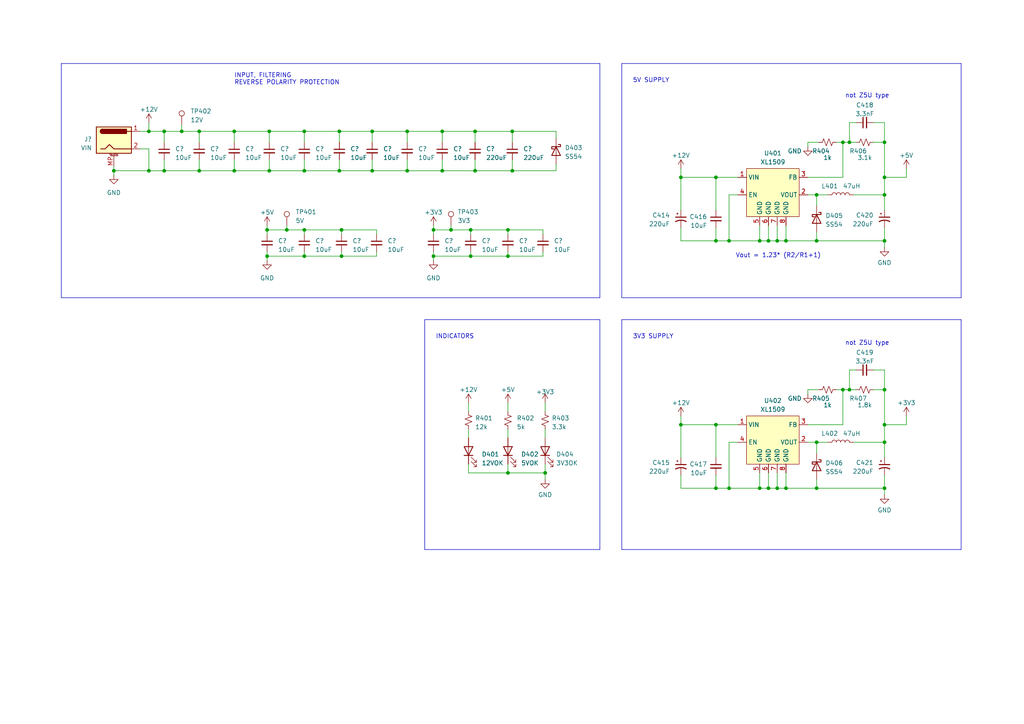
<source format=kicad_sch>
(kicad_sch (version 20230121) (generator eeschema)
  (paper "A4")
  (title_block (title "POWER SUPPLY") (date "2023-04-16") (rev "1.0") (company "matei repair lab"))
  (lib_symbols
    (symbol "Connector:Barrel_Jack_MountingPin" (pin_names hide)
      (property "Reference" "J" (at 0 5.334 0))
      (property "Value" "Barrel_Jack_MountingPin" (at 1.27 -6.35 0))
      (symbol "Barrel_Jack_MountingPin_0_1"
        (rectangle (start -5.08 3.81) (end 5.08 -3.81) (stroke (width 0.254)) (fill (type background)))
        (arc (start -3.302 3.175) (mid -3.9343 2.54) (end -3.302 1.905) (stroke (width 0.254)))
        (arc (start -3.302 3.175) (mid -3.9343 2.54) (end -3.302 1.905) (stroke (width 0.254)) (fill (type outline)))
        (polyline (pts (xy 5.08 2.54) (xy 3.81 2.54)) (stroke (width 0.254)))
        (polyline (pts (xy -3.81 -2.54) (xy -2.54 -2.54) (xy -1.27 -1.27) (xy 0 -2.54) (xy 2.54 -2.54) (xy 5.08 -2.54)) (stroke (width 0.254)))
        (rectangle (start 3.683 3.175) (end -3.302 1.905) (stroke (width 0.254)) (fill (type outline)))
      )
      (symbol "Barrel_Jack_MountingPin_1_1"
        (polyline (pts (xy -1.016 -4.572) (xy 1.016 -4.572)) (stroke (width 0.1524)))
        (text "Mounting" (at 0 -4.191 0) (effects (font (size 0.381 0.381))))
        (pin passive line (at 7.62 2.54 180) (length 2.54) (name "~") (number "1"))
        (pin passive line (at 7.62 -2.54 180) (length 2.54) (name "~") (number "2"))
        (pin passive line (at 0 -7.62 90) (length 3.048) (name "MountPin") (number "MP"))
      )
    )
    (symbol "Connector:TestPoint" (pin_numbers hide) (pin_names (offset 0.762) hide)
      (property "Reference" "TP" (at 0 6.858 0))
      (property "Value" "TestPoint" (at 0 5.08 0))
      (symbol "TestPoint_0_1"
        (circle (center 0 3.302) (radius 0.762))
      )
      (symbol "TestPoint_1_1"
        (pin passive line (at 0 0 90) (length 2.54) (name "1") (number "1"))
      )
    )
    (symbol "Device:C_Polarized_Small_US" (pin_numbers hide) (pin_names (offset 0.254) hide)
      (property "Reference" "C" (at 0.254 1.778 0))
      (property "Value" "C_Polarized_Small_US" (at 0.254 -2.032 0))
      (symbol "C_Polarized_Small_US_0_1"
        (polyline (pts (xy -1.524 0.508) (xy 1.524 0.508)) (stroke (width 0.3048)))
        (polyline (pts (xy -1.27 1.524) (xy -0.762 1.524)))
        (polyline (pts (xy -1.016 1.27) (xy -1.016 1.778)))
        (arc (start 1.524 -0.762) (mid 0 -0.3734) (end -1.524 -0.762) (stroke (width 0.3048)))
      )
      (symbol "C_Polarized_Small_US_1_1"
        (pin passive line (at 0 2.54 270) (length 2.032) (name "~") (number "1"))
        (pin passive line (at 0 -2.54 90) (length 2.032) (name "~") (number "2"))
      )
    )
    (symbol "Device:C_Small" (pin_numbers hide) (pin_names (offset 0.254) hide)
      (property "Reference" "C" (at 0.254 1.778 0))
      (property "Value" "C_Small" (at 0.254 -2.032 0))
      (symbol "C_Small_0_1"
        (polyline (pts (xy -1.524 -0.508) (xy 1.524 -0.508)) (stroke (width 0.3302)))
        (polyline (pts (xy -1.524 0.508) (xy 1.524 0.508)) (stroke (width 0.3048)))
      )
      (symbol "C_Small_1_1"
        (pin passive line (at 0 2.54 270) (length 2.032) (name "~") (number "1"))
        (pin passive line (at 0 -2.54 90) (length 2.032) (name "~") (number "2"))
      )
    )
    (symbol "Device:D_Schottky" (pin_numbers hide) (pin_names (offset 1.016) hide)
      (property "Reference" "D" (at 0 2.54 0))
      (property "Value" "D_Schottky" (at 0 -2.54 0))
      (symbol "D_Schottky_0_1"
        (polyline (pts (xy 1.27 0) (xy -1.27 0)))
        (polyline (pts (xy 1.27 1.27) (xy 1.27 -1.27) (xy -1.27 0) (xy 1.27 1.27)) (stroke (width 0.254)))
        (polyline (pts (xy -1.905 0.635) (xy -1.905 1.27) (xy -1.27 1.27) (xy -1.27 -1.27) (xy -0.635 -1.27) (xy -0.635 -0.635)) (stroke (width 0.254)))
      )
      (symbol "D_Schottky_1_1"
        (pin passive line (at -3.81 0 0) (length 2.54) (name "K") (number "1"))
        (pin passive line (at 3.81 0 180) (length 2.54) (name "A") (number "2"))
      )
    )
    (symbol "Device:L" (pin_numbers hide) (pin_names (offset 1.016) hide)
      (property "Reference" "L" (at -1.27 0 90))
      (property "Value" "L" (at 1.905 0 90))
      (symbol "L_0_1"
        (arc (start 0 -2.54) (mid 0.6323 -1.905) (end 0 -1.27))
        (arc (start 0 -1.27) (mid 0.6323 -0.635) (end 0 0))
        (arc (start 0 0) (mid 0.6323 0.635) (end 0 1.27))
        (arc (start 0 1.27) (mid 0.6323 1.905) (end 0 2.54))
      )
      (symbol "L_1_1"
        (pin passive line (at 0 3.81 270) (length 1.27) (name "1") (number "1"))
        (pin passive line (at 0 -3.81 90) (length 1.27) (name "2") (number "2"))
      )
    )
    (symbol "Device:LED" (pin_numbers hide) (pin_names (offset 1.016) hide)
      (property "Reference" "D" (at 0 2.54 0))
      (property "Value" "LED" (at 0 -2.54 0))
      (symbol "LED_0_1"
        (polyline (pts (xy -1.27 -1.27) (xy -1.27 1.27)) (stroke (width 0.254)))
        (polyline (pts (xy -1.27 0) (xy 1.27 0)))
        (polyline (pts (xy 1.27 -1.27) (xy 1.27 1.27) (xy -1.27 0) (xy 1.27 -1.27)) (stroke (width 0.254)))
        (polyline (pts (xy -3.048 -0.762) (xy -4.572 -2.286) (xy -3.81 -2.286) (xy -4.572 -2.286) (xy -4.572 -1.524)))
        (polyline (pts (xy -1.778 -0.762) (xy -3.302 -2.286) (xy -2.54 -2.286) (xy -3.302 -2.286) (xy -3.302 -1.524)))
      )
      (symbol "LED_1_1"
        (pin passive line (at -3.81 0 0) (length 2.54) (name "K") (number "1"))
        (pin passive line (at 3.81 0 180) (length 2.54) (name "A") (number "2"))
      )
    )
    (symbol "Device:R_Small_US" (pin_numbers hide) (pin_names (offset 0.254) hide)
      (property "Reference" "R" (at 0.762 0.508 0))
      (property "Value" "R_Small_US" (at 0.762 -1.016 0))
      (symbol "R_Small_US_1_1"
        (polyline (pts (xy 0 0) (xy 1.016 -0.381) (xy 0 -0.762) (xy -1.016 -1.143) (xy 0 -1.524)))
        (polyline (pts (xy 0 1.524) (xy 1.016 1.143) (xy 0 0.762) (xy -1.016 0.381) (xy 0 0)))
        (pin passive line (at 0 2.54 270) (length 1.016) (name "~") (number "1"))
        (pin passive line (at 0 -2.54 90) (length 1.016) (name "~") (number "2"))
      )
    )
    (symbol "matei:XL1509"
      (property "Reference" "U" (at -6.35 16.51 0))
      (property "Value" "XL1509" (at 5.08 16.51 0))
      (symbol "XL1509_0_0"
        (pin input line (at -3.81 -7.62 90) (length 2.54) (name "GND") (number "5"))
        (pin input line (at -1.27 -7.62 90) (length 2.54) (name "GND") (number "6"))
        (pin input line (at 1.27 -7.62 90) (length 2.54) (name "GND") (number "7"))
        (pin input line (at 3.81 -7.62 90) (length 2.54) (name "GND") (number "8"))
      )
      (symbol "XL1509_0_1"
        (rectangle (start -7.62 8.89) (end 7.62 -5.08) (stroke (width 0.1524)) (fill (type background)))
      )
      (symbol "XL1509_1_1"
        (pin input line (at -10.16 6.35 0) (length 2.54) (name "VIN") (number "1"))
        (pin input line (at 10.16 1.27 180) (length 2.54) (name "VOUT") (number "2"))
        (pin input line (at 10.16 6.35 180) (length 2.54) (name "FB") (number "3"))
        (pin input line (at -10.16 1.27 0) (length 2.54) (name "EN") (number "4"))
      )
    )
    (symbol "power:+12V" (power) (pin_names (offset 0))
      (property "Value" "+12V" (at 0 3.556 0))
      (symbol "+12V_0_1"
        (polyline (pts (xy -0.762 1.27) (xy 0 2.54)))
        (polyline (pts (xy 0 0) (xy 0 2.54)))
        (polyline (pts (xy 0 2.54) (xy 0.762 1.27)))
      )
      (symbol "+12V_1_1"
        (pin power_in line (at 0 0 90) (length 0) hide (name "+12V") (number "1"))
      )
    )
    (symbol "power:+3V3" (power) (pin_names (offset 0))
      (property "Value" "+3V3" (at 0 3.556 0))
      (symbol "+3V3_0_1"
        (polyline (pts (xy -0.762 1.27) (xy 0 2.54)))
        (polyline (pts (xy 0 0) (xy 0 2.54)))
        (polyline (pts (xy 0 2.54) (xy 0.762 1.27)))
      )
      (symbol "+3V3_1_1"
        (pin power_in line (at 0 0 90) (length 0) hide (name "+3V3") (number "1"))
      )
    )
    (symbol "power:+5V" (power) (pin_names (offset 0))
      (property "Value" "+5V" (at 0 3.556 0))
      (symbol "+5V_0_1"
        (polyline (pts (xy -0.762 1.27) (xy 0 2.54)))
        (polyline (pts (xy 0 0) (xy 0 2.54)))
        (polyline (pts (xy 0 2.54) (xy 0.762 1.27)))
      )
      (symbol "+5V_1_1"
        (pin power_in line (at 0 0 90) (length 0) hide (name "+5V") (number "1"))
      )
    )
    (symbol "power:GND" (power) (pin_names (offset 0))
      (property "Value" "GND" (at 0 -3.81 0))
      (symbol "GND_0_1"
        (polyline (pts (xy 0 0) (xy 0 -1.27) (xy 1.27 -1.27) (xy 0 -2.54) (xy -1.27 -1.27) (xy 0 -1.27)))
      )
      (symbol "GND_1_1"
        (pin power_in line (at 0 0 270) (length 0) hide (name "GND") (number "1"))
      )
    )
  )
  (junction (at 244.475 113.03))
  (junction (at 43.18 38.1))
  (junction (at 220.345 141.605))
  (junction (at 246.38 113.03))
  (junction (at 125.73 66.675))
  (junction (at 211.455 141.605))
  (junction (at 78.105 49.53))
  (junction (at 211.455 69.85))
  (junction (at 256.54 123.19))
  (junction (at 256.54 141.605))
  (junction (at 88.265 38.1))
  (junction (at 244.475 41.275))
  (junction (at 220.345 69.85))
  (junction (at 98.425 49.53))
  (junction (at 118.11 38.1))
  (junction (at 207.645 123.19))
  (junction (at 88.265 49.53))
  (junction (at 147.32 137.16))
  (junction (at 225.425 69.85))
  (junction (at 107.95 38.1))
  (junction (at 98.425 38.1))
  (junction (at 158.115 137.16))
  (junction (at 136.525 66.675))
  (junction (at 207.645 141.605))
  (junction (at 83.185 66.675))
  (junction (at 225.425 141.605))
  (junction (at 236.855 141.605))
  (junction (at 136.525 74.295))
  (junction (at 67.945 49.53))
  (junction (at 99.06 66.675))
  (junction (at 197.485 123.19))
  (junction (at 107.95 49.53))
  (junction (at 57.785 49.53))
  (junction (at 256.54 128.27))
  (junction (at 256.54 41.275))
  (junction (at 52.705 38.1))
  (junction (at 88.265 66.675))
  (junction (at 207.645 51.435))
  (junction (at 147.32 66.675))
  (junction (at 236.855 69.85))
  (junction (at 148.59 49.53))
  (junction (at 148.59 38.1))
  (junction (at 43.18 49.53))
  (junction (at 222.885 141.605))
  (junction (at 118.11 49.53))
  (junction (at 77.47 74.295))
  (junction (at 57.785 38.1))
  (junction (at 128.27 49.53))
  (junction (at 227.965 141.605))
  (junction (at 130.81 66.675))
  (junction (at 256.54 113.03))
  (junction (at 47.625 49.53))
  (junction (at 222.885 69.85))
  (junction (at 236.855 56.515))
  (junction (at 137.795 49.53))
  (junction (at 33.02 49.53))
  (junction (at 236.855 128.27))
  (junction (at 125.73 74.295))
  (junction (at 197.485 51.435))
  (junction (at 88.265 74.295))
  (junction (at 99.06 74.295))
  (junction (at 256.54 69.85))
  (junction (at 78.105 38.1))
  (junction (at 67.945 38.1))
  (junction (at 246.38 41.275))
  (junction (at 47.625 38.1))
  (junction (at 256.54 56.515))
  (junction (at 147.32 74.295))
  (junction (at 256.54 51.435))
  (junction (at 227.965 69.85))
  (junction (at 137.795 38.1))
  (junction (at 77.47 66.675))
  (junction (at 207.645 69.85))
  (junction (at 128.27 38.1))
  (polyline (pts (xy 123.19 92.71) (xy 123.19 159.385)))
  (wire (pts (xy 236.855 67.31) (xy 236.855 69.85)))
  (wire (pts (xy 147.32 74.295) (xy 136.525 74.295)))
  (wire (pts (xy 246.38 113.03) (xy 244.475 113.03)))
  (wire (pts (xy 262.89 48.895) (xy 262.89 51.435)))
  (wire (pts (xy 33.02 50.8) (xy 33.02 49.53)))
  (wire (pts (xy 148.59 38.1) (xy 148.59 41.275)))
  (polyline (pts (xy 17.78 86.36) (xy 173.99 86.36)))
  (wire (pts (xy 246.38 35.56) (xy 246.38 41.275)))
  (wire (pts (xy 256.54 66.04) (xy 256.54 69.85)))
  (wire (pts (xy 237.49 41.275) (xy 234.315 41.275)))
  (wire (pts (xy 33.02 48.26) (xy 33.02 49.53)))
  (wire (pts (xy 256.54 51.435) (xy 256.54 41.275)))
  (wire (pts (xy 234.315 56.515) (xy 236.855 56.515)))
  (polyline (pts (xy 278.765 159.385) (xy 278.765 92.71)))
  (wire (pts (xy 197.485 51.435) (xy 197.485 60.96)))
  (wire (pts (xy 225.425 69.85) (xy 227.965 69.85)))
  (wire (pts (xy 67.945 41.275) (xy 67.945 38.1)))
  (wire (pts (xy 211.455 128.27) (xy 211.455 141.605)))
  (wire (pts (xy 43.18 43.18) (xy 43.18 49.53)))
  (wire (pts (xy 237.49 113.03) (xy 234.315 113.03)))
  (wire (pts (xy 213.995 123.19) (xy 207.645 123.19)))
  (wire (pts (xy 256.54 41.275) (xy 253.365 41.275)))
  (wire (pts (xy 222.885 69.85) (xy 225.425 69.85)))
  (polyline (pts (xy 173.99 86.36) (xy 173.99 18.415)))
  (wire (pts (xy 234.315 51.435) (xy 244.475 51.435)))
  (wire (pts (xy 98.425 38.1) (xy 107.95 38.1)))
  (wire (pts (xy 248.285 113.03) (xy 246.38 113.03)))
  (wire (pts (xy 236.855 69.85) (xy 227.965 69.85)))
  (wire (pts (xy 256.54 113.03) (xy 256.54 107.315)))
  (wire (pts (xy 244.475 113.03) (xy 242.57 113.03)))
  (wire (pts (xy 197.485 48.895) (xy 197.485 51.435)))
  (wire (pts (xy 157.48 74.295) (xy 147.32 74.295)))
  (wire (pts (xy 107.95 38.1) (xy 107.95 41.275)))
  (wire (pts (xy 88.265 74.295) (xy 77.47 74.295)))
  (wire (pts (xy 244.475 41.275) (xy 242.57 41.275)))
  (wire (pts (xy 234.315 128.27) (xy 236.855 128.27)))
  (wire (pts (xy 88.265 66.675) (xy 99.06 66.675)))
  (wire (pts (xy 225.425 65.405) (xy 225.425 69.85)))
  (wire (pts (xy 107.95 49.53) (xy 98.425 49.53)))
  (polyline (pts (xy 180.34 92.71) (xy 278.765 92.71)))
  (wire (pts (xy 57.785 41.275) (xy 57.785 38.1)))
  (polyline (pts (xy 278.765 18.415) (xy 180.34 18.415)))
  (wire (pts (xy 118.11 49.53) (xy 107.95 49.53)))
  (wire (pts (xy 256.54 123.19) (xy 256.54 113.03)))
  (wire (pts (xy 135.89 124.46) (xy 135.89 127)))
  (wire (pts (xy 213.995 128.27) (xy 211.455 128.27)))
  (wire (pts (xy 225.425 141.605) (xy 227.965 141.605)))
  (wire (pts (xy 256.54 107.315) (xy 253.365 107.315)))
  (wire (pts (xy 47.625 49.53) (xy 43.18 49.53)))
  (wire (pts (xy 88.265 46.355) (xy 88.265 49.53)))
  (wire (pts (xy 83.185 65.405) (xy 83.185 66.675)))
  (wire (pts (xy 262.89 123.19) (xy 256.54 123.19)))
  (wire (pts (xy 256.54 128.27) (xy 256.54 132.715)))
  (wire (pts (xy 99.06 66.675) (xy 109.22 66.675)))
  (wire (pts (xy 47.625 38.1) (xy 43.18 38.1)))
  (wire (pts (xy 207.645 66.04) (xy 207.645 69.85)))
  (wire (pts (xy 137.795 46.355) (xy 137.795 49.53)))
  (wire (pts (xy 99.06 74.295) (xy 88.265 74.295)))
  (wire (pts (xy 125.73 74.295) (xy 125.73 75.565)))
  (wire (pts (xy 248.285 41.275) (xy 246.38 41.275)))
  (wire (pts (xy 67.945 46.355) (xy 67.945 49.53)))
  (wire (pts (xy 256.54 141.605) (xy 236.855 141.605)))
  (wire (pts (xy 244.475 123.19) (xy 244.475 113.03)))
  (wire (pts (xy 256.54 141.605) (xy 256.54 143.51)))
  (wire (pts (xy 78.105 46.355) (xy 78.105 49.53)))
  (wire (pts (xy 248.285 35.56) (xy 246.38 35.56)))
  (wire (pts (xy 161.29 47.625) (xy 161.29 49.53)))
  (wire (pts (xy 227.965 141.605) (xy 227.965 137.16)))
  (wire (pts (xy 125.73 66.675) (xy 130.81 66.675)))
  (wire (pts (xy 128.27 38.1) (xy 137.795 38.1)))
  (wire (pts (xy 135.89 116.84) (xy 135.89 119.38)))
  (wire (pts (xy 137.795 38.1) (xy 137.795 41.275)))
  (wire (pts (xy 78.105 49.53) (xy 67.945 49.53)))
  (wire (pts (xy 130.81 65.405) (xy 130.81 66.675)))
  (wire (pts (xy 88.265 73.025) (xy 88.265 74.295)))
  (wire (pts (xy 118.11 46.355) (xy 118.11 49.53)))
  (wire (pts (xy 211.455 69.85) (xy 220.345 69.85)))
  (wire (pts (xy 47.625 46.355) (xy 47.625 49.53)))
  (wire (pts (xy 88.265 38.1) (xy 88.265 41.275)))
  (wire (pts (xy 161.29 38.1) (xy 161.29 40.005)))
  (wire (pts (xy 158.115 134.62) (xy 158.115 137.16)))
  (wire (pts (xy 77.47 65.405) (xy 77.47 66.675)))
  (wire (pts (xy 211.455 56.515) (xy 211.455 69.85)))
  (wire (pts (xy 136.525 74.295) (xy 125.73 74.295)))
  (wire (pts (xy 77.47 66.675) (xy 77.47 67.945)))
  (wire (pts (xy 78.105 38.1) (xy 88.265 38.1)))
  (wire (pts (xy 147.32 73.025) (xy 147.32 74.295)))
  (wire (pts (xy 43.18 38.1) (xy 43.18 35.56)))
  (wire (pts (xy 246.38 41.275) (xy 244.475 41.275)))
  (wire (pts (xy 158.115 124.46) (xy 158.115 127)))
  (wire (pts (xy 98.425 38.1) (xy 98.425 41.275)))
  (wire (pts (xy 137.795 49.53) (xy 128.27 49.53)))
  (wire (pts (xy 256.54 137.795) (xy 256.54 141.605)))
  (wire (pts (xy 148.59 46.355) (xy 148.59 49.53)))
  (wire (pts (xy 207.645 69.85) (xy 211.455 69.85)))
  (wire (pts (xy 256.54 69.85) (xy 236.855 69.85)))
  (wire (pts (xy 220.345 137.16) (xy 220.345 141.605)))
  (wire (pts (xy 99.06 66.675) (xy 99.06 67.945)))
  (wire (pts (xy 207.645 51.435) (xy 207.645 60.96)))
  (wire (pts (xy 148.59 49.53) (xy 137.795 49.53)))
  (wire (pts (xy 262.89 120.65) (xy 262.89 123.19)))
  (wire (pts (xy 246.38 107.315) (xy 246.38 113.03)))
  (wire (pts (xy 197.485 69.85) (xy 207.645 69.85)))
  (wire (pts (xy 43.18 49.53) (xy 33.02 49.53)))
  (wire (pts (xy 222.885 137.16) (xy 222.885 141.605)))
  (polyline (pts (xy 123.19 159.385) (xy 173.99 159.385)))
  (wire (pts (xy 148.59 38.1) (xy 161.29 38.1)))
  (wire (pts (xy 40.64 38.1) (xy 43.18 38.1)))
  (wire (pts (xy 234.315 41.275) (xy 234.315 42.545)))
  (polyline (pts (xy 278.765 18.415) (xy 278.765 86.36)))
  (wire (pts (xy 147.32 66.675) (xy 147.32 67.945)))
  (wire (pts (xy 244.475 51.435) (xy 244.475 41.275)))
  (wire (pts (xy 247.65 128.27) (xy 256.54 128.27)))
  (wire (pts (xy 109.22 74.295) (xy 99.06 74.295)))
  (polyline (pts (xy 123.19 92.71) (xy 173.99 92.71)))
  (wire (pts (xy 52.705 36.195) (xy 52.705 38.1)))
  (wire (pts (xy 158.115 116.84) (xy 158.115 119.38)))
  (wire (pts (xy 88.265 49.53) (xy 78.105 49.53)))
  (wire (pts (xy 47.625 41.275) (xy 47.625 38.1)))
  (wire (pts (xy 207.645 123.19) (xy 207.645 132.715)))
  (wire (pts (xy 197.485 123.19) (xy 197.485 132.715)))
  (wire (pts (xy 147.32 116.84) (xy 147.32 119.38)))
  (wire (pts (xy 135.89 137.16) (xy 147.32 137.16)))
  (wire (pts (xy 77.47 66.675) (xy 83.185 66.675)))
  (wire (pts (xy 77.47 73.025) (xy 77.47 74.295)))
  (wire (pts (xy 236.855 128.27) (xy 240.03 128.27)))
  (wire (pts (xy 158.115 137.16) (xy 158.115 139.065)))
  (wire (pts (xy 256.54 56.515) (xy 256.54 51.435)))
  (wire (pts (xy 98.425 49.53) (xy 88.265 49.53)))
  (wire (pts (xy 236.855 141.605) (xy 227.965 141.605)))
  (wire (pts (xy 147.32 66.675) (xy 157.48 66.675)))
  (polyline (pts (xy 173.99 159.385) (xy 173.99 92.71)))
  (wire (pts (xy 107.95 38.1) (xy 118.11 38.1)))
  (wire (pts (xy 83.185 66.675) (xy 88.265 66.675)))
  (wire (pts (xy 57.785 46.355) (xy 57.785 49.53)))
  (wire (pts (xy 248.285 107.315) (xy 246.38 107.315)))
  (wire (pts (xy 197.485 137.795) (xy 197.485 141.605)))
  (wire (pts (xy 136.525 73.025) (xy 136.525 74.295)))
  (wire (pts (xy 262.89 51.435) (xy 256.54 51.435)))
  (wire (pts (xy 161.29 49.53) (xy 148.59 49.53)))
  (wire (pts (xy 57.785 38.1) (xy 67.945 38.1)))
  (wire (pts (xy 213.995 51.435) (xy 207.645 51.435)))
  (wire (pts (xy 128.27 49.53) (xy 118.11 49.53)))
  (wire (pts (xy 236.855 139.065) (xy 236.855 141.605)))
  (wire (pts (xy 222.885 141.605) (xy 225.425 141.605)))
  (wire (pts (xy 147.32 137.16) (xy 158.115 137.16)))
  (wire (pts (xy 227.965 69.85) (xy 227.965 65.405)))
  (wire (pts (xy 256.54 56.515) (xy 256.54 60.96)))
  (polyline (pts (xy 180.34 92.71) (xy 180.34 159.385)))
  (wire (pts (xy 57.785 49.53) (xy 67.945 49.53)))
  (wire (pts (xy 222.885 65.405) (xy 222.885 69.85)))
  (wire (pts (xy 256.54 35.56) (xy 253.365 35.56)))
  (wire (pts (xy 234.315 123.19) (xy 244.475 123.19)))
  (wire (pts (xy 211.455 141.605) (xy 220.345 141.605)))
  (polyline (pts (xy 17.78 18.415) (xy 173.99 18.415)))
  (wire (pts (xy 67.945 38.1) (xy 78.105 38.1)))
  (wire (pts (xy 40.64 43.18) (xy 43.18 43.18)))
  (wire (pts (xy 225.425 137.16) (xy 225.425 141.605)))
  (wire (pts (xy 78.105 38.1) (xy 78.105 41.275)))
  (wire (pts (xy 125.73 65.405) (xy 125.73 66.675)))
  (polyline (pts (xy 17.78 18.415) (xy 17.78 86.36)))
  (wire (pts (xy 256.54 113.03) (xy 253.365 113.03)))
  (wire (pts (xy 109.22 73.025) (xy 109.22 74.295)))
  (wire (pts (xy 256.54 69.85) (xy 256.54 71.755)))
  (wire (pts (xy 109.22 66.675) (xy 109.22 67.945)))
  (wire (pts (xy 99.06 73.025) (xy 99.06 74.295)))
  (wire (pts (xy 130.81 66.675) (xy 136.525 66.675)))
  (wire (pts (xy 107.95 46.355) (xy 107.95 49.53)))
  (wire (pts (xy 207.645 123.19) (xy 197.485 123.19)))
  (wire (pts (xy 125.73 66.675) (xy 125.73 67.945)))
  (wire (pts (xy 137.795 38.1) (xy 148.59 38.1)))
  (wire (pts (xy 135.89 134.62) (xy 135.89 137.16)))
  (wire (pts (xy 197.485 66.04) (xy 197.485 69.85)))
  (wire (pts (xy 52.705 38.1) (xy 47.625 38.1)))
  (wire (pts (xy 247.65 56.515) (xy 256.54 56.515)))
  (wire (pts (xy 136.525 66.675) (xy 147.32 66.675)))
  (wire (pts (xy 147.32 124.46) (xy 147.32 127)))
  (wire (pts (xy 118.11 38.1) (xy 128.27 38.1)))
  (wire (pts (xy 220.345 65.405) (xy 220.345 69.85)))
  (wire (pts (xy 157.48 73.025) (xy 157.48 74.295)))
  (wire (pts (xy 213.995 56.515) (xy 211.455 56.515)))
  (wire (pts (xy 128.27 38.1) (xy 128.27 41.275)))
  (wire (pts (xy 57.785 49.53) (xy 47.625 49.53)))
  (wire (pts (xy 77.47 74.295) (xy 77.47 75.565)))
  (polyline (pts (xy 180.34 86.36) (xy 278.765 86.36)))
  (polyline (pts (xy 180.34 18.415) (xy 180.34 86.36)))
  (wire (pts (xy 98.425 46.355) (xy 98.425 49.53)))
  (wire (pts (xy 220.345 69.85) (xy 222.885 69.85)))
  (wire (pts (xy 118.11 38.1) (xy 118.11 41.275)))
  (wire (pts (xy 88.265 38.1) (xy 98.425 38.1)))
  (wire (pts (xy 207.645 51.435) (xy 197.485 51.435)))
  (wire (pts (xy 236.855 56.515) (xy 236.855 59.69)))
  (wire (pts (xy 236.855 56.515) (xy 240.03 56.515)))
  (wire (pts (xy 207.645 141.605) (xy 211.455 141.605)))
  (polyline (pts (xy 180.34 159.385) (xy 278.765 159.385)))
  (wire (pts (xy 207.645 137.795) (xy 207.645 141.605)))
  (wire (pts (xy 234.315 113.03) (xy 234.315 114.3)))
  (wire (pts (xy 157.48 66.675) (xy 157.48 67.945)))
  (wire (pts (xy 256.54 41.275) (xy 256.54 35.56)))
  (wire (pts (xy 147.32 134.62) (xy 147.32 137.16)))
  (wire (pts (xy 236.855 128.27) (xy 236.855 131.445)))
  (wire (pts (xy 125.73 73.025) (xy 125.73 74.295)))
  (wire (pts (xy 136.525 66.675) (xy 136.525 67.945)))
  (wire (pts (xy 128.27 46.355) (xy 128.27 49.53)))
  (wire (pts (xy 57.785 38.1) (xy 52.705 38.1)))
  (wire (pts (xy 220.345 141.605) (xy 222.885 141.605)))
  (wire (pts (xy 197.485 120.65) (xy 197.485 123.19)))
  (wire (pts (xy 256.54 128.27) (xy 256.54 123.19)))
  (wire (pts (xy 197.485 141.605) (xy 207.645 141.605)))
  (wire (pts (xy 88.265 66.675) (xy 88.265 67.945)))
  (text "not Z5U type" (at 245.11 100.33 0) (effects (font (size 1.27 1.27)) (justify left bottom)))
  (text "5V SUPPLY" (at 183.515 24.13 0) (effects (font (size 1.27 1.27)) (justify left bottom)))
  (text "INDICATORS" (at 126.365 98.425 0) (effects (font (size 1.27 1.27)) (justify left bottom)))
  (text "not Z5U type" (at 245.11 28.575 0) (effects (font (size 1.27 1.27)) (justify left bottom)))
  (text "3V3 SUPPLY" (at 183.515 98.425 0) (effects (font (size 1.27 1.27)) (justify left bottom)))
  (text "Vout = 1.23* (R2/R1+1)" (at 213.36 74.93 0) (effects (font (size 1.27 1.27)) (justify left bottom)))
  (text "INPUT, FILTERING\nREVERSE POLARITY PROTECTION" (at 67.945 24.765 0) (effects (font (size 1.27 1.27)) (justify left bottom)))
  (symbol (lib_id "Device:C_Small") (at 148.59 43.815 0) (mirror y) (unit 1)
    (property "Reference" "C?" (at 151.765 43.1863 0) (effects (justify right)))
    (property "Value" "220uF" (at 151.765 45.7263 0) (effects (justify right)))
    (property "Footprint" "Capacitor_SMD:CP_Elec_8x10.5" (effects hide))
    (instances (project "electronic-knitter" (path "" (reference "C?") (unit 1)) (path "" (reference "C411") (unit 1))))
  )
  (symbol (lib_id "Device:LED") (at 158.115 130.81 90) (unit 1)
    (property "Reference" "D404" (at 161.29 131.7625 90) (effects (justify right)))
    (property "Value" "3V3OK" (at 161.29 134.3025 90) (effects (justify right)))
    (property "Footprint" "Diode_SMD:D_0603_1608Metric" (effects hide))
  )
  (symbol (lib_id "Device:C_Small") (at 118.11 43.815 0) (mirror y) (unit 1)
    (property "Reference" "C?" (at 121.285 43.1863 0) (effects (justify right)))
    (property "Value" "10uF" (at 121.285 45.7263 0) (effects (justify right)))
    (property "Footprint" "Capacitor_SMD:C_0603_1608Metric" (effects hide))
    (instances (project "electronic-knitter" (path "" (reference "C?") (unit 1)) (path "" (reference "C426") (unit 1))))
  )
  (symbol (lib_id "power:GND") (at 256.54 143.51 0) (unit 1)
    (property "Reference" "#PWR0416" (effects hide))
    (property "Value" "GND" (at 256.54 147.955 0))
  )
  (symbol (lib_id "power:GND") (at 256.54 71.755 0) (unit 1)
    (property "Reference" "#PWR0415" (effects hide))
    (property "Value" "GND" (at 256.54 76.2 0))
  )
  (symbol (lib_id "Device:C_Small") (at 207.645 135.255 0) (unit 1)
    (property "Reference" "C417" (at 205.105 134.6263 0) (effects (justify right)))
    (property "Value" "10uF" (at 205.105 137.1663 0) (effects (justify right)))
    (property "Footprint" "Capacitor_SMD:C_0603_1608Metric" (effects hide))
  )
  (symbol (lib_id "Device:C_Polarized_Small_US") (at 256.54 63.5 0) (unit 1)
    (property "Reference" "C420" (at 253.365 62.4332 0) (effects (justify right)))
    (property "Value" "220uF" (at 253.365 64.9732 0) (effects (justify right)))
    (property "Footprint" "Capacitor_SMD:CP_Elec_8x10.5" (effects hide))
  )
  (symbol (lib_id "power:+12V") (at 135.89 116.84 0) (mirror y) (unit 1)
    (property "Reference" "#PWR0114" (effects hide))
    (property "Value" "+12V" (at 135.89 113.03 0))
    (instances (project "electronic-knitter" (path "" (reference "#PWR0114") (unit 1)) (path "" (reference "#PWR0407") (unit 1))))
  )
  (symbol (lib_id "matei:XL1509") (at 224.155 129.54 0) (unit 1)
    (property "Reference" "U402" (at 224.155 116.205 0))
    (property "Value" "XL1509" (at 224.155 118.745 0))
    (property "Footprint" "Package_SO:SOIC-8_3.9x4.9mm_P1.27mm" (effects hide))
  )
  (symbol (lib_id "Device:C_Small") (at 98.425 43.815 0) (mirror y) (unit 1)
    (property "Reference" "C?" (at 101.6 43.1863 0) (effects (justify right)))
    (property "Value" "10uF" (at 101.6 45.7263 0) (effects (justify right)))
    (property "Footprint" "Capacitor_SMD:C_0603_1608Metric" (effects hide))
    (instances (project "electronic-knitter" (path "" (reference "C?") (unit 1)) (path "" (reference "C424") (unit 1))))
  )
  (symbol (lib_id "Device:LED") (at 147.32 130.81 90) (unit 1)
    (property "Reference" "D402" (at 151.13 131.7625 90) (effects (justify right)))
    (property "Value" "5VOK" (at 151.13 134.3025 90) (effects (justify right)))
    (property "Footprint" "Diode_SMD:D_0603_1608Metric" (effects hide))
  )
  (symbol (lib_id "Device:C_Small") (at 136.525 70.485 0) (mirror y) (unit 1)
    (property "Reference" "C?" (at 139.7 69.8563 0) (effects (justify right)))
    (property "Value" "10uF" (at 139.7 72.3963 0) (effects (justify right)))
    (property "Footprint" "Capacitor_SMD:C_0603_1608Metric" (effects hide))
    (instances (project "electronic-knitter" (path "" (reference "C?") (unit 1)) (path "" (reference "C410") (unit 1))))
  )
  (symbol (lib_id "Device:L") (at 243.84 56.515 90) (unit 1)
    (property "Reference" "L401" (at 240.665 53.975 90))
    (property "Value" "47uH" (at 247.015 53.975 90))
    (property "Footprint" "Inductor_SMD:L_12x12mm_H8mm" (effects hide))
  )
  (symbol (lib_id "Device:C_Polarized_Small_US") (at 197.485 135.255 0) (unit 1)
    (property "Reference" "C415" (at 194.31 134.1882 0) (effects (justify right)))
    (property "Value" "220uF" (at 194.31 136.7282 0) (effects (justify right)))
    (property "Footprint" "Capacitor_SMD:CP_Elec_8x10.5" (effects hide))
  )
  (symbol (lib_id "power:+12V") (at 43.18 35.56 0) (mirror y) (unit 1)
    (property "Reference" "#PWR0114" (effects hide))
    (property "Value" "+12V" (at 43.18 31.75 0))
    (instances (project "electronic-knitter" (path "" (reference "#PWR0114") (unit 1)) (path "" (reference "#PWR0404") (unit 1))))
  )
  (symbol (lib_id "power:+3V3") (at 158.115 116.84 0) (unit 1)
    (property "Reference" "#PWR0409" (effects hide))
    (property "Value" "+3V3" (at 158.115 113.665 0))
  )
  (symbol (lib_id "Device:C_Small") (at 88.265 70.485 0) (mirror y) (unit 1)
    (property "Reference" "C?" (at 91.44 69.8563 0) (effects (justify right)))
    (property "Value" "10uF" (at 91.44 72.3963 0) (effects (justify right)))
    (property "Footprint" "Capacitor_SMD:C_0603_1608Metric" (effects hide))
    (instances (project "electronic-knitter" (path "" (reference "C?") (unit 1)) (path "" (reference "C402") (unit 1))))
  )
  (symbol (lib_id "Device:R_Small_US") (at 250.825 113.03 90) (unit 1)
    (property "Reference" "R407" (at 248.92 115.57 90))
    (property "Value" "1.8k" (at 250.825 117.475 90))
    (property "Footprint" "Resistor_SMD:R_0603_1608Metric" (effects hide))
  )
  (symbol (lib_id "Device:R_Small_US") (at 147.32 121.92 0) (unit 1)
    (property "Reference" "R402" (at 149.86 121.285 0) (effects (justify left)))
    (property "Value" "5k" (at 149.86 123.825 0) (effects (justify left)))
    (property "Footprint" "Resistor_SMD:R_0603_1608Metric" (effects hide))
  )
  (symbol (lib_id "Device:C_Small") (at 109.22 70.485 0) (mirror y) (unit 1)
    (property "Reference" "C?" (at 112.395 69.8563 0) (effects (justify right)))
    (property "Value" "10uF" (at 112.395 72.3963 0) (effects (justify right)))
    (property "Footprint" "Capacitor_SMD:C_0603_1608Metric" (effects hide))
    (instances (project "electronic-knitter" (path "" (reference "C?") (unit 1)) (path "" (reference "C405") (unit 1))))
  )
  (symbol (lib_id "Device:L") (at 243.84 128.27 90) (unit 1)
    (property "Reference" "L402" (at 240.665 125.73 90))
    (property "Value" "47uH" (at 247.015 125.73 90))
    (property "Footprint" "Inductor_SMD:L_12x12mm_H8mm" (effects hide))
  )
  (symbol (lib_id "power:GND") (at 125.73 75.565 0) (mirror y) (unit 1)
    (property "Reference" "#PWR0113" (effects hide))
    (property "Value" "GND" (at 125.73 80.645 0))
    (instances (project "electronic-knitter" (path "" (reference "#PWR0113") (unit 1)) (path "" (reference "#PWR0406") (unit 1))))
  )
  (symbol (lib_id "Connector:TestPoint") (at 130.81 65.405 0) (unit 1)
    (property "Reference" "TP403" (at 132.715 61.468 0) (effects (justify left)))
    (property "Value" "3V3" (at 132.715 64.008 0) (effects (justify left)))
    (property "Footprint" "TestPoint:TestPoint_Pad_D1.0mm" (effects hide))
  )
  (symbol (lib_id "power:GND") (at 234.315 42.545 0) (unit 1)
    (property "Reference" "#PWR0413" (effects hide))
    (property "Value" "GND" (at 230.505 43.815 0))
  )
  (symbol (lib_id "Connector:TestPoint") (at 52.705 36.195 0) (unit 1)
    (property "Reference" "TP402" (at 55.245 32.258 0) (effects (justify left)))
    (property "Value" "12V" (at 55.245 34.798 0) (effects (justify left)))
    (property "Footprint" "TestPoint:TestPoint_Pad_D1.0mm" (effects hide))
  )
  (symbol (lib_id "power:GND") (at 77.47 75.565 0) (mirror y) (unit 1)
    (property "Reference" "#PWR0113" (effects hide))
    (property "Value" "GND" (at 77.47 80.645 0))
    (instances (project "electronic-knitter" (path "" (reference "#PWR0113") (unit 1)) (path "" (reference "#PWR0402") (unit 1))))
  )
  (symbol (lib_id "power:GND") (at 33.02 50.8 0) (mirror y) (unit 1)
    (property "Reference" "#PWR0113" (effects hide))
    (property "Value" "GND" (at 33.02 55.88 0))
    (instances (project "electronic-knitter" (path "" (reference "#PWR0113") (unit 1)) (path "" (reference "#PWR0403") (unit 1))))
  )
  (symbol (lib_id "Connector:TestPoint") (at 83.185 65.405 0) (unit 1)
    (property "Reference" "TP401" (at 85.725 61.468 0) (effects (justify left)))
    (property "Value" "5V" (at 85.725 64.008 0) (effects (justify left)))
    (property "Footprint" "TestPoint:TestPoint_Pad_D1.0mm" (effects hide))
  )
  (symbol (lib_id "Device:C_Small") (at 77.47 70.485 0) (mirror y) (unit 1)
    (property "Reference" "C?" (at 80.645 69.8563 0) (effects (justify right)))
    (property "Value" "10uF" (at 80.645 72.3963 0) (effects (justify right)))
    (property "Footprint" "Capacitor_SMD:C_0603_1608Metric" (effects hide))
    (instances (project "electronic-knitter" (path "" (reference "C?") (unit 1)) (path "" (reference "C401") (unit 1))))
  )
  (symbol (lib_id "power:+5V") (at 77.47 65.405 0) (unit 1)
    (property "Reference" "#PWR0401" (effects hide))
    (property "Value" "+5V" (at 77.47 61.595 0))
  )
  (symbol (lib_id "Device:R_Small_US") (at 240.03 41.275 270) (unit 1)
    (property "Reference" "R404" (at 238.125 43.815 90))
    (property "Value" "1k" (at 240.03 45.72 90))
    (property "Footprint" "Resistor_SMD:R_0603_1608Metric" (effects hide))
  )
  (symbol (lib_id "Device:C_Polarized_Small_US") (at 256.54 135.255 0) (unit 1)
    (property "Reference" "C421" (at 253.365 134.1882 0) (effects (justify right)))
    (property "Value" "220uF" (at 253.365 136.7282 0) (effects (justify right)))
    (property "Footprint" "Capacitor_SMD:CP_Elec_8x10.5" (effects hide))
  )
  (symbol (lib_id "power:GND") (at 234.315 114.3 0) (unit 1)
    (property "Reference" "#PWR0414" (effects hide))
    (property "Value" "GND" (at 230.505 115.57 0))
  )
  (symbol (lib_id "power:+3V3") (at 125.73 65.405 0) (unit 1)
    (property "Reference" "#PWR0405" (effects hide))
    (property "Value" "+3V3" (at 125.73 61.595 0))
  )
  (symbol (lib_id "Device:C_Small") (at 47.625 43.815 0) (mirror y) (unit 1)
    (property "Reference" "C?" (at 50.8 43.1863 0) (effects (justify right)))
    (property "Value" "10uF" (at 50.8 45.7263 0) (effects (justify right)))
    (property "Footprint" "Capacitor_SMD:C_0603_1608Metric" (effects hide))
    (instances (project "electronic-knitter" (path "" (reference "C?") (unit 1)) (path "" (reference "C404") (unit 1))))
  )
  (symbol (lib_id "Device:LED") (at 135.89 130.81 90) (unit 1)
    (property "Reference" "D401" (at 139.7 131.7625 90) (effects (justify right)))
    (property "Value" "12VOK" (at 139.7 134.3025 90) (effects (justify right)))
    (property "Footprint" "Diode_SMD:D_0603_1608Metric" (effects hide))
  )
  (symbol (lib_id "Device:C_Small") (at 78.105 43.815 0) (mirror y) (unit 1)
    (property "Reference" "C?" (at 81.28 43.1863 0) (effects (justify right)))
    (property "Value" "10uF" (at 81.28 45.7263 0) (effects (justify right)))
    (property "Footprint" "Capacitor_SMD:C_0603_1608Metric" (effects hide))
    (instances (project "electronic-knitter" (path "" (reference "C?") (unit 1)) (path "" (reference "C422") (unit 1))))
  )
  (symbol (lib_id "Device:C_Small") (at 88.265 43.815 0) (mirror y) (unit 1)
    (property "Reference" "C?" (at 91.44 43.1863 0) (effects (justify right)))
    (property "Value" "10uF" (at 91.44 45.7263 0) (effects (justify right)))
    (property "Footprint" "Capacitor_SMD:C_0603_1608Metric" (effects hide))
    (instances (project "electronic-knitter" (path "" (reference "C?") (unit 1)) (path "" (reference "C423") (unit 1))))
  )
  (symbol (lib_id "power:+12V") (at 197.485 120.65 0) (unit 1)
    (property "Reference" "#PWR0412" (effects hide))
    (property "Value" "+12V" (at 197.485 116.84 0))
  )
  (symbol (lib_id "power:+5V") (at 147.32 116.84 0) (unit 1)
    (property "Reference" "#PWR0408" (effects hide))
    (property "Value" "+5V" (at 147.32 113.03 0))
  )
  (symbol (lib_id "power:+5V") (at 262.89 48.895 0) (unit 1)
    (property "Reference" "#PWR0417" (effects hide))
    (property "Value" "+5V" (at 262.89 45.085 0))
  )
  (symbol (lib_id "power:+3V3") (at 262.89 120.65 0) (unit 1)
    (property "Reference" "#PWR0418" (effects hide))
    (property "Value" "+3V3" (at 262.89 116.84 0))
  )
  (symbol (lib_id "Device:C_Small") (at 107.95 43.815 0) (mirror y) (unit 1)
    (property "Reference" "C?" (at 111.125 43.1863 0) (effects (justify right)))
    (property "Value" "10uF" (at 111.125 45.7263 0) (effects (justify right)))
    (property "Footprint" "Capacitor_SMD:C_0603_1608Metric" (effects hide))
    (instances (project "electronic-knitter" (path "" (reference "C?") (unit 1)) (path "" (reference "C425") (unit 1))))
  )
  (symbol (lib_id "Device:R_Small_US") (at 135.89 121.92 0) (unit 1)
    (property "Reference" "R401" (at 137.795 121.285 0) (effects (justify left)))
    (property "Value" "12k" (at 137.795 123.825 0) (effects (justify left)))
    (property "Footprint" "Resistor_SMD:R_0603_1608Metric" (effects hide))
  )
  (symbol (lib_id "Device:R_Small_US") (at 240.03 113.03 270) (unit 1)
    (property "Reference" "R405" (at 238.125 115.57 90))
    (property "Value" "1k" (at 240.03 117.475 90))
    (property "Footprint" "Resistor_SMD:R_0603_1608Metric" (effects hide))
  )
  (symbol (lib_id "power:GND") (at 158.115 139.065 0) (unit 1)
    (property "Reference" "#PWR0410" (effects hide))
    (property "Value" "GND" (at 158.115 143.51 0))
  )
  (symbol (lib_id "Device:C_Small") (at 147.32 70.485 0) (mirror y) (unit 1)
    (property "Reference" "C?" (at 150.495 69.8563 0) (effects (justify right)))
    (property "Value" "10uF" (at 150.495 72.3963 0) (effects (justify right)))
    (property "Footprint" "Capacitor_SMD:C_0603_1608Metric" (effects hide))
    (instances (project "electronic-knitter" (path "" (reference "C?") (unit 1)) (path "" (reference "C412") (unit 1))))
  )
  (symbol (lib_id "power:+12V") (at 197.485 48.895 0) (unit 1)
    (property "Reference" "#PWR0411" (effects hide))
    (property "Value" "+12V" (at 197.485 45.085 0))
  )
  (symbol (lib_id "Device:C_Small") (at 125.73 70.485 0) (mirror y) (unit 1)
    (property "Reference" "C?" (at 128.905 69.8563 0) (effects (justify right)))
    (property "Value" "10uF" (at 128.905 72.3963 0) (effects (justify right)))
    (property "Footprint" "Capacitor_SMD:C_0603_1608Metric" (effects hide))
    (instances (project "electronic-knitter" (path "" (reference "C?") (unit 1)) (path "" (reference "C408") (unit 1))))
  )
  (symbol (lib_id "Device:C_Small") (at 67.945 43.815 0) (mirror y) (unit 1)
    (property "Reference" "C?" (at 71.12 43.1863 0) (effects (justify right)))
    (property "Value" "10uF" (at 71.12 45.7263 0) (effects (justify right)))
    (property "Footprint" "Capacitor_SMD:C_0603_1608Metric" (effects hide))
    (instances (project "electronic-knitter" (path "" (reference "C?") (unit 1)) (path "" (reference "C407") (unit 1))))
  )
  (symbol (lib_id "Device:C_Small") (at 57.785 43.815 0) (mirror y) (unit 1)
    (property "Reference" "C?" (at 60.96 43.1863 0) (effects (justify right)))
    (property "Value" "10uF" (at 60.96 45.7263 0) (effects (justify right)))
    (property "Footprint" "Capacitor_SMD:C_0603_1608Metric" (effects hide))
    (instances (project "electronic-knitter" (path "" (reference "C?") (unit 1)) (path "" (reference "C406") (unit 1))))
  )
  (symbol (lib_id "Device:R_Small_US") (at 158.115 121.92 0) (unit 1)
    (property "Reference" "R403" (at 160.02 121.285 0) (effects (justify left)))
    (property "Value" "3.3k" (at 160.02 123.825 0) (effects (justify left)))
    (property "Footprint" "Resistor_SMD:R_0603_1608Metric" (effects hide))
  )
  (symbol (lib_id "Device:C_Small") (at 157.48 70.485 0) (mirror y) (unit 1)
    (property "Reference" "C?" (at 160.655 69.8563 0) (effects (justify right)))
    (property "Value" "10uF" (at 160.655 72.3963 0) (effects (justify right)))
    (property "Footprint" "Capacitor_SMD:C_0603_1608Metric" (effects hide))
    (instances (project "electronic-knitter" (path "" (reference "C?") (unit 1)) (path "" (reference "C413") (unit 1))))
  )
  (symbol (lib_id "matei:XL1509") (at 224.155 57.785 0) (unit 1)
    (property "Reference" "U401" (at 224.155 44.45 0))
    (property "Value" "XL1509" (at 224.155 46.99 0))
    (property "Footprint" "Package_SO:SOIC-8_3.9x4.9mm_P1.27mm" (effects hide))
  )
  (symbol (lib_id "Connector:Barrel_Jack_MountingPin") (at 33.02 40.64 0) (unit 1)
    (property "Reference" "J?" (at 26.67 40.3606 0) (effects (justify right)))
    (property "Value" "VIN" (at 26.67 42.9006 0) (effects (justify right)))
    (property "Footprint" "easyeda2kicad:DC-IN-TH_DC-005-5A-2.0-SMT" (effects hide))
    (instances (project "electronic-knitter" (path "" (reference "J?") (unit 1)) (path "" (reference "J401") (unit 1))))
  )
  (symbol (lib_id "Device:D_Schottky") (at 236.855 135.255 270) (unit 1)
    (property "Reference" "D406" (at 239.395 134.3025 90) (effects (justify left)))
    (property "Value" "SS54" (at 239.395 136.8425 90) (effects (justify left)))
    (property "Footprint" "Diode_SMD:D_SMA" (effects hide))
  )
  (symbol (lib_id "Device:C_Small") (at 207.645 63.5 0) (unit 1)
    (property "Reference" "C416" (at 205.105 62.8713 0) (effects (justify right)))
    (property "Value" "10uF" (at 205.105 65.4113 0) (effects (justify right)))
    (property "Footprint" "Capacitor_SMD:C_0603_1608Metric" (effects hide))
  )
  (symbol (lib_id "Device:C_Polarized_Small_US") (at 197.485 63.5 0) (unit 1)
    (property "Reference" "C414" (at 194.31 62.4332 0) (effects (justify right)))
    (property "Value" "220uF" (at 194.31 64.9732 0) (effects (justify right)))
    (property "Footprint" "Capacitor_SMD:CP_Elec_8x10.5" (effects hide))
  )
  (symbol (lib_id "Device:C_Small") (at 137.795 43.815 0) (mirror y) (unit 1)
    (property "Reference" "C?" (at 140.97 43.18 0) (effects (justify right)))
    (property "Value" "220uF" (at 140.97 45.72 0) (effects (justify right)))
    (property "Footprint" "Capacitor_SMD:CP_Elec_8x10.5" (effects hide))
    (instances (project "electronic-knitter" (path "" (reference "C?") (unit 1)) (path "" (reference "C409") (unit 1))))
  )
  (symbol (lib_id "Device:D_Schottky") (at 161.29 43.815 270) (unit 1)
    (property "Reference" "D403" (at 163.83 42.8625 90) (effects (justify left)))
    (property "Value" "SS54" (at 163.83 45.4025 90) (effects (justify left)))
    (property "Footprint" "Diode_SMD:D_SMA" (effects hide))
  )
  (symbol (lib_id "Device:D_Schottky") (at 236.855 63.5 270) (unit 1)
    (property "Reference" "D405" (at 239.395 62.5475 90) (effects (justify left)))
    (property "Value" "SS54" (at 239.395 65.0875 90) (effects (justify left)))
    (property "Footprint" "Diode_SMD:D_SMA" (effects hide))
  )
  (symbol (lib_id "Device:C_Small") (at 99.06 70.485 0) (mirror y) (unit 1)
    (property "Reference" "C?" (at 102.235 69.8563 0) (effects (justify right)))
    (property "Value" "10uF" (at 102.235 72.3963 0) (effects (justify right)))
    (property "Footprint" "Capacitor_SMD:C_0603_1608Metric" (effects hide))
    (instances (project "electronic-knitter" (path "" (reference "C?") (unit 1)) (path "" (reference "C403") (unit 1))))
  )
  (symbol (lib_id "Device:C_Small") (at 250.825 107.315 90) (unit 1)
    (property "Reference" "C419" (at 250.8313 102.235 90))
    (property "Value" "3.3nF" (at 250.8313 104.775 90))
    (property "Footprint" "Capacitor_SMD:C_0603_1608Metric" (effects hide))
  )
  (symbol (lib_id "Device:C_Small") (at 128.27 43.815 0) (mirror y) (unit 1)
    (property "Reference" "C?" (at 131.445 43.1863 0) (effects (justify right)))
    (property "Value" "10uF" (at 131.445 45.7263 0) (effects (justify right)))
    (property "Footprint" "Capacitor_SMD:C_0603_1608Metric" (effects hide))
    (instances (project "electronic-knitter" (path "" (reference "C?") (unit 1)) (path "" (reference "C427") (unit 1))))
  )
  (symbol (lib_id "Device:R_Small_US") (at 250.825 41.275 90) (unit 1)
    (property "Reference" "R406" (at 248.92 43.815 90))
    (property "Value" "3.1k" (at 250.825 45.72 90))
    (property "Footprint" "Resistor_SMD:R_0603_1608Metric" (effects hide))
  )
  (symbol (lib_id "Device:C_Small") (at 250.825 35.56 90) (unit 1)
    (property "Reference" "C418" (at 250.8313 30.48 90))
    (property "Value" "3.3nF" (at 250.8313 33.02 90))
    (property "Footprint" "Capacitor_SMD:C_0603_1608Metric" (effects hide))
  )
)
</source>
